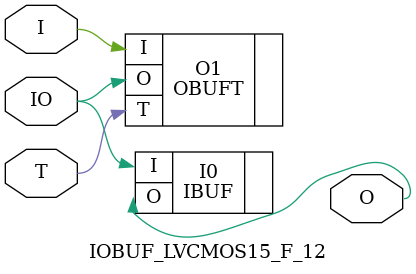
<source format=v>


`timescale  1 ps / 1 ps


module IOBUF_LVCMOS15_F_12 (O, IO, I, T);

    output O;

    inout  IO;

    input  I, T;

        OBUFT #(.IOSTANDARD("LVCMOS15"), .SLEW("FAST"), .DRIVE(12)) O1 (.O(IO), .I(I), .T(T)); 
	IBUF #(.IOSTANDARD("LVCMOS15"))  I0 (.O(O), .I(IO));
        

endmodule



</source>
